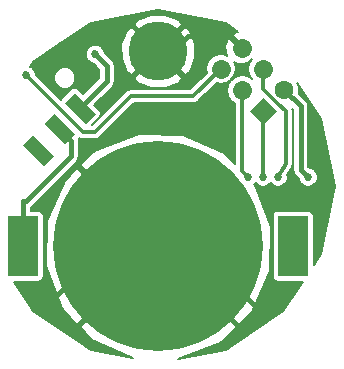
<source format=gbl>
G04 #@! TF.FileFunction,Copper,L2,Bot,Signal*
%FSLAX46Y46*%
G04 Gerber Fmt 4.6, Leading zero omitted, Abs format (unit mm)*
G04 Created by KiCad (PCBNEW 4.0.6) date 10/10/19 11:50:36*
%MOMM*%
%LPD*%
G01*
G04 APERTURE LIST*
%ADD10C,0.100000*%
%ADD11C,5.000000*%
%ADD12C,17.780000*%
%ADD13R,2.540000X5.080000*%
%ADD14C,1.600000*%
%ADD15C,1.600000*%
%ADD16C,0.685800*%
%ADD17C,0.406400*%
%ADD18C,0.304800*%
%ADD19C,0.200000*%
G04 APERTURE END LIST*
D10*
D11*
X208280000Y-80010000D03*
D12*
X208280000Y-96520000D03*
D13*
X219710000Y-96520000D03*
X196850000Y-96520000D03*
D10*
G36*
X217170000Y-86221371D02*
X216038629Y-85090000D01*
X217170000Y-83958629D01*
X218301371Y-85090000D01*
X217170000Y-86221371D01*
X217170000Y-86221371D01*
G37*
D14*
X218966051Y-83293949D03*
D15*
X215373949Y-83293949D02*
X215373949Y-83293949D01*
X217170000Y-81497898D02*
X217170000Y-81497898D01*
X213577898Y-81497898D02*
X213577898Y-81497898D01*
X215373949Y-79701846D02*
X215373949Y-79701846D01*
D10*
G36*
X198589852Y-89689915D02*
X196822085Y-87922148D01*
X197670614Y-87073619D01*
X199438381Y-88841386D01*
X198589852Y-89689915D01*
X198589852Y-89689915D01*
G37*
G36*
X200385903Y-87893864D02*
X198618136Y-86126097D01*
X199466665Y-85277568D01*
X201234432Y-87045335D01*
X200385903Y-87893864D01*
X200385903Y-87893864D01*
G37*
G36*
X202125386Y-86154381D02*
X200357619Y-84386614D01*
X201206148Y-83538085D01*
X202973915Y-85305852D01*
X202125386Y-86154381D01*
X202125386Y-86154381D01*
G37*
D16*
X198755000Y-101600000D03*
X217170000Y-102235000D03*
X202946000Y-80264000D03*
X220980000Y-90678000D03*
X217170000Y-90678000D03*
X215900000Y-90678000D03*
X218440000Y-90678000D03*
X197104000Y-82042000D03*
D17*
X208280000Y-80010000D02*
X209550000Y-80010000D01*
X209550000Y-80010000D02*
X210820000Y-78740000D01*
X214412103Y-78740000D02*
X215373949Y-79701846D01*
X210820000Y-78740000D02*
X214412103Y-78740000D01*
X208280000Y-96520000D02*
X203835000Y-96520000D01*
X203835000Y-96520000D02*
X198755000Y-101600000D01*
X208280000Y-96520000D02*
X211455000Y-96520000D01*
X211455000Y-96520000D02*
X217170000Y-102235000D01*
X203962000Y-82550000D02*
X201665767Y-84846233D01*
X203962000Y-81280000D02*
X203962000Y-82550000D01*
X202946000Y-80264000D02*
X203962000Y-81280000D01*
X201665767Y-84825767D02*
X201665767Y-84846233D01*
X220345000Y-89535000D02*
X220345000Y-90043000D01*
X220345000Y-89535000D02*
X220345000Y-84672898D01*
X218966051Y-83293949D02*
X220345000Y-84672898D01*
X220345000Y-90043000D02*
X220980000Y-90678000D01*
X202184000Y-85287432D02*
X201323284Y-84426716D01*
X201266716Y-84426716D02*
X201323284Y-84426716D01*
D18*
X217170000Y-90678000D02*
X217170000Y-85090000D01*
X215392000Y-89662000D02*
X215373949Y-89643949D01*
X215392000Y-90170000D02*
X215392000Y-89662000D01*
X215900000Y-90678000D02*
X215392000Y-90170000D01*
X215373949Y-89643949D02*
X215373949Y-83293949D01*
X218440000Y-84455000D02*
X219075000Y-85090000D01*
X218440000Y-84455000D02*
X217170000Y-83185000D01*
X217170000Y-81497898D02*
X217170000Y-83185000D01*
X219075000Y-89535000D02*
X218440000Y-90678000D01*
X219075000Y-87630000D02*
X219075000Y-89535000D01*
X219075000Y-85090000D02*
X219075000Y-87630000D01*
X211255796Y-83820000D02*
X213577898Y-81497898D01*
X205994000Y-83820000D02*
X211255796Y-83820000D01*
X202946000Y-86868000D02*
X205994000Y-83820000D01*
X201930000Y-86868000D02*
X202946000Y-86868000D01*
X197104000Y-82042000D02*
X201930000Y-86868000D01*
D17*
X196850000Y-92710000D02*
X197104000Y-92710000D01*
X196850000Y-96520000D02*
X196850000Y-92710000D01*
X200914000Y-87573432D02*
X199926284Y-86585716D01*
X200914000Y-88900000D02*
X200914000Y-87573432D01*
X197104000Y-92710000D02*
X200914000Y-88900000D01*
D19*
G36*
X216195438Y-80741127D02*
X215997835Y-81036860D01*
X215902685Y-81515214D01*
X215997835Y-81993568D01*
X216256020Y-82379969D01*
X215869619Y-82121784D01*
X215391265Y-82026634D01*
X214912911Y-82121784D01*
X214507381Y-82392750D01*
X214472750Y-82427382D01*
X214201784Y-82832911D01*
X214106634Y-83311265D01*
X214201784Y-83789619D01*
X214472750Y-84195148D01*
X214771549Y-84394799D01*
X214771549Y-89531306D01*
X213846849Y-88595889D01*
X210390672Y-87068735D01*
X206613164Y-86980451D01*
X203089417Y-88344476D01*
X202713151Y-88595889D01*
X201649578Y-89671789D01*
X208280000Y-96302211D01*
X208294142Y-96288069D01*
X208511931Y-96505858D01*
X208497789Y-96520000D01*
X215128211Y-103150422D01*
X216204111Y-102086849D01*
X217731265Y-98630672D01*
X217819549Y-94853164D01*
X216455524Y-91329417D01*
X216421206Y-91278056D01*
X216535130Y-91164330D01*
X216720272Y-91349796D01*
X217011590Y-91470762D01*
X217327026Y-91471038D01*
X217618555Y-91350580D01*
X217805130Y-91164330D01*
X217990272Y-91349796D01*
X218281590Y-91470762D01*
X218597026Y-91471038D01*
X218888555Y-91350580D01*
X219111796Y-91127728D01*
X219232762Y-90836410D01*
X219233038Y-90520974D01*
X219225923Y-90503755D01*
X219601592Y-89827551D01*
X219612225Y-89794443D01*
X219631545Y-89765528D01*
X219647873Y-89683443D01*
X219673462Y-89603764D01*
X219670616Y-89569107D01*
X219677400Y-89535000D01*
X219677400Y-85090000D01*
X219637438Y-84889100D01*
X219691800Y-84943462D01*
X219691800Y-90043000D01*
X219741522Y-90292969D01*
X219883118Y-90504882D01*
X220186985Y-90808749D01*
X220186962Y-90835026D01*
X220307420Y-91126555D01*
X220530272Y-91349796D01*
X220821590Y-91470762D01*
X221137026Y-91471038D01*
X221428555Y-91350580D01*
X221651796Y-91127728D01*
X221772762Y-90836410D01*
X221773038Y-90520974D01*
X221652580Y-90229445D01*
X221429728Y-90006204D01*
X221138410Y-89885238D01*
X221110978Y-89885214D01*
X220998200Y-89772436D01*
X220998200Y-84672898D01*
X220948478Y-84422929D01*
X220806882Y-84211016D01*
X220193451Y-83597585D01*
X220215834Y-83543680D01*
X220216268Y-83046399D01*
X220069956Y-82692298D01*
X222092199Y-85718800D01*
X223230217Y-91440000D01*
X222092199Y-97161200D01*
X221438816Y-98139057D01*
X221438816Y-93980000D01*
X221407438Y-93813240D01*
X221308883Y-93660081D01*
X221158505Y-93557332D01*
X220980000Y-93521184D01*
X218440000Y-93521184D01*
X218273240Y-93552562D01*
X218120081Y-93651117D01*
X218017332Y-93801495D01*
X217981184Y-93980000D01*
X217981184Y-99060000D01*
X218012562Y-99226760D01*
X218111117Y-99379919D01*
X218261495Y-99482668D01*
X218440000Y-99518816D01*
X220516891Y-99518816D01*
X218851400Y-102011400D01*
X214001200Y-105252199D01*
X209951547Y-106057726D01*
X213470583Y-104695524D01*
X213846849Y-104444111D01*
X214910422Y-103368211D01*
X208280000Y-96737789D01*
X201649578Y-103368211D01*
X202713151Y-104444111D01*
X206165677Y-105969652D01*
X202558800Y-105252199D01*
X197708600Y-102011400D01*
X196043109Y-99518816D01*
X198120000Y-99518816D01*
X198286760Y-99487438D01*
X198439919Y-99388883D01*
X198542668Y-99238505D01*
X198578816Y-99060000D01*
X198578816Y-98186836D01*
X198740451Y-98186836D01*
X200104476Y-101710583D01*
X200355889Y-102086849D01*
X201431789Y-103150422D01*
X208062211Y-96520000D01*
X201431789Y-89889578D01*
X200355889Y-90953151D01*
X198828735Y-94409328D01*
X198740451Y-98186836D01*
X198578816Y-98186836D01*
X198578816Y-93980000D01*
X198547438Y-93813240D01*
X198448883Y-93660081D01*
X198298505Y-93557332D01*
X198120000Y-93521184D01*
X197503200Y-93521184D01*
X197503200Y-93213765D01*
X197565882Y-93171882D01*
X201375882Y-89361882D01*
X201427232Y-89285031D01*
X201517478Y-89149969D01*
X201567200Y-88900000D01*
X201567200Y-87573432D01*
X201532027Y-87396604D01*
X201558864Y-87369767D01*
X201577240Y-87342873D01*
X201699471Y-87424545D01*
X201930000Y-87470400D01*
X202946000Y-87470400D01*
X203176529Y-87424545D01*
X203371961Y-87293961D01*
X206243522Y-84422400D01*
X211255796Y-84422400D01*
X211486325Y-84376545D01*
X211681757Y-84245961D01*
X213228550Y-82699168D01*
X213560582Y-82765213D01*
X214038936Y-82670063D01*
X214444465Y-82399097D01*
X214479097Y-82364466D01*
X214750063Y-81958936D01*
X214845213Y-81480582D01*
X214750063Y-81002228D01*
X214706751Y-80937407D01*
X215002905Y-81060090D01*
X215550927Y-81098692D01*
X216072004Y-80924637D01*
X216147215Y-80692904D01*
X216195438Y-80741127D01*
X216195438Y-80741127D01*
G37*
X216195438Y-80741127D02*
X215997835Y-81036860D01*
X215902685Y-81515214D01*
X215997835Y-81993568D01*
X216256020Y-82379969D01*
X215869619Y-82121784D01*
X215391265Y-82026634D01*
X214912911Y-82121784D01*
X214507381Y-82392750D01*
X214472750Y-82427382D01*
X214201784Y-82832911D01*
X214106634Y-83311265D01*
X214201784Y-83789619D01*
X214472750Y-84195148D01*
X214771549Y-84394799D01*
X214771549Y-89531306D01*
X213846849Y-88595889D01*
X210390672Y-87068735D01*
X206613164Y-86980451D01*
X203089417Y-88344476D01*
X202713151Y-88595889D01*
X201649578Y-89671789D01*
X208280000Y-96302211D01*
X208294142Y-96288069D01*
X208511931Y-96505858D01*
X208497789Y-96520000D01*
X215128211Y-103150422D01*
X216204111Y-102086849D01*
X217731265Y-98630672D01*
X217819549Y-94853164D01*
X216455524Y-91329417D01*
X216421206Y-91278056D01*
X216535130Y-91164330D01*
X216720272Y-91349796D01*
X217011590Y-91470762D01*
X217327026Y-91471038D01*
X217618555Y-91350580D01*
X217805130Y-91164330D01*
X217990272Y-91349796D01*
X218281590Y-91470762D01*
X218597026Y-91471038D01*
X218888555Y-91350580D01*
X219111796Y-91127728D01*
X219232762Y-90836410D01*
X219233038Y-90520974D01*
X219225923Y-90503755D01*
X219601592Y-89827551D01*
X219612225Y-89794443D01*
X219631545Y-89765528D01*
X219647873Y-89683443D01*
X219673462Y-89603764D01*
X219670616Y-89569107D01*
X219677400Y-89535000D01*
X219677400Y-85090000D01*
X219637438Y-84889100D01*
X219691800Y-84943462D01*
X219691800Y-90043000D01*
X219741522Y-90292969D01*
X219883118Y-90504882D01*
X220186985Y-90808749D01*
X220186962Y-90835026D01*
X220307420Y-91126555D01*
X220530272Y-91349796D01*
X220821590Y-91470762D01*
X221137026Y-91471038D01*
X221428555Y-91350580D01*
X221651796Y-91127728D01*
X221772762Y-90836410D01*
X221773038Y-90520974D01*
X221652580Y-90229445D01*
X221429728Y-90006204D01*
X221138410Y-89885238D01*
X221110978Y-89885214D01*
X220998200Y-89772436D01*
X220998200Y-84672898D01*
X220948478Y-84422929D01*
X220806882Y-84211016D01*
X220193451Y-83597585D01*
X220215834Y-83543680D01*
X220216268Y-83046399D01*
X220069956Y-82692298D01*
X222092199Y-85718800D01*
X223230217Y-91440000D01*
X222092199Y-97161200D01*
X221438816Y-98139057D01*
X221438816Y-93980000D01*
X221407438Y-93813240D01*
X221308883Y-93660081D01*
X221158505Y-93557332D01*
X220980000Y-93521184D01*
X218440000Y-93521184D01*
X218273240Y-93552562D01*
X218120081Y-93651117D01*
X218017332Y-93801495D01*
X217981184Y-93980000D01*
X217981184Y-99060000D01*
X218012562Y-99226760D01*
X218111117Y-99379919D01*
X218261495Y-99482668D01*
X218440000Y-99518816D01*
X220516891Y-99518816D01*
X218851400Y-102011400D01*
X214001200Y-105252199D01*
X209951547Y-106057726D01*
X213470583Y-104695524D01*
X213846849Y-104444111D01*
X214910422Y-103368211D01*
X208280000Y-96737789D01*
X201649578Y-103368211D01*
X202713151Y-104444111D01*
X206165677Y-105969652D01*
X202558800Y-105252199D01*
X197708600Y-102011400D01*
X196043109Y-99518816D01*
X198120000Y-99518816D01*
X198286760Y-99487438D01*
X198439919Y-99388883D01*
X198542668Y-99238505D01*
X198578816Y-99060000D01*
X198578816Y-98186836D01*
X198740451Y-98186836D01*
X200104476Y-101710583D01*
X200355889Y-102086849D01*
X201431789Y-103150422D01*
X208062211Y-96520000D01*
X201431789Y-89889578D01*
X200355889Y-90953151D01*
X198828735Y-94409328D01*
X198740451Y-98186836D01*
X198578816Y-98186836D01*
X198578816Y-93980000D01*
X198547438Y-93813240D01*
X198448883Y-93660081D01*
X198298505Y-93557332D01*
X198120000Y-93521184D01*
X197503200Y-93521184D01*
X197503200Y-93213765D01*
X197565882Y-93171882D01*
X201375882Y-89361882D01*
X201427232Y-89285031D01*
X201517478Y-89149969D01*
X201567200Y-88900000D01*
X201567200Y-87573432D01*
X201532027Y-87396604D01*
X201558864Y-87369767D01*
X201577240Y-87342873D01*
X201699471Y-87424545D01*
X201930000Y-87470400D01*
X202946000Y-87470400D01*
X203176529Y-87424545D01*
X203371961Y-87293961D01*
X206243522Y-84422400D01*
X211255796Y-84422400D01*
X211486325Y-84376545D01*
X211681757Y-84245961D01*
X213228550Y-82699168D01*
X213560582Y-82765213D01*
X214038936Y-82670063D01*
X214444465Y-82399097D01*
X214479097Y-82364466D01*
X214750063Y-81958936D01*
X214845213Y-81480582D01*
X214750063Y-81002228D01*
X214706751Y-80937407D01*
X215002905Y-81060090D01*
X215550927Y-81098692D01*
X216072004Y-80924637D01*
X216147215Y-80692904D01*
X216195438Y-80741127D01*
G36*
X214001200Y-77627801D02*
X215075450Y-78345592D01*
X214675894Y-78479055D01*
X214600682Y-78710790D01*
X215373949Y-79484057D01*
X215388091Y-79469915D01*
X215605880Y-79687704D01*
X215591738Y-79701846D01*
X215605880Y-79715988D01*
X215388091Y-79933777D01*
X215373949Y-79919635D01*
X215359807Y-79933777D01*
X215142018Y-79715988D01*
X215156160Y-79701846D01*
X214382893Y-78928579D01*
X214151158Y-79003791D01*
X213977103Y-79524868D01*
X214015705Y-80072890D01*
X214138389Y-80369045D01*
X214073568Y-80325733D01*
X213595214Y-80230583D01*
X213116860Y-80325733D01*
X212711330Y-80596699D01*
X212676699Y-80631331D01*
X212405733Y-81036860D01*
X212310583Y-81515214D01*
X212376628Y-81847246D01*
X211006274Y-83217600D01*
X205994000Y-83217600D01*
X205763471Y-83263455D01*
X205568039Y-83394039D01*
X202696478Y-86265600D01*
X202663031Y-86265600D01*
X203298347Y-85630284D01*
X203394076Y-85490179D01*
X203432687Y-85312190D01*
X203399008Y-85133203D01*
X203298347Y-84981420D01*
X202876346Y-84559419D01*
X204423882Y-83011882D01*
X204565478Y-82799969D01*
X204615200Y-82550000D01*
X204615200Y-82249376D01*
X206258413Y-82249376D01*
X206544163Y-82661175D01*
X207690857Y-83123643D01*
X208927242Y-83112087D01*
X210015837Y-82661175D01*
X210301587Y-82249376D01*
X208280000Y-80227789D01*
X206258413Y-82249376D01*
X204615200Y-82249376D01*
X204615200Y-81280000D01*
X204565478Y-81030031D01*
X204423882Y-80818118D01*
X203739015Y-80133251D01*
X203739038Y-80106974D01*
X203618580Y-79815445D01*
X203395728Y-79592204D01*
X203104410Y-79471238D01*
X202788974Y-79470962D01*
X202497445Y-79591420D01*
X202274204Y-79814272D01*
X202153238Y-80105590D01*
X202152962Y-80421026D01*
X202273420Y-80712555D01*
X202496272Y-80935796D01*
X202787590Y-81056762D01*
X202815022Y-81056786D01*
X203308800Y-81550564D01*
X203308800Y-82279436D01*
X201952582Y-83635655D01*
X201530580Y-83213653D01*
X201390475Y-83117924D01*
X201212486Y-83079313D01*
X201033499Y-83112992D01*
X200881716Y-83213653D01*
X200033187Y-84062182D01*
X200010016Y-84096094D01*
X198357451Y-82443529D01*
X199457463Y-82443529D01*
X199594191Y-82774436D01*
X199847144Y-83027831D01*
X200177813Y-83165136D01*
X200535855Y-83165449D01*
X200866762Y-83028721D01*
X201120157Y-82775768D01*
X201257462Y-82445099D01*
X201257775Y-82087057D01*
X201121047Y-81756150D01*
X200868094Y-81502755D01*
X200537425Y-81365450D01*
X200179383Y-81365137D01*
X199848476Y-81501865D01*
X199595081Y-81754818D01*
X199457776Y-82085487D01*
X199457463Y-82443529D01*
X198357451Y-82443529D01*
X197896952Y-81983030D01*
X197897038Y-81884974D01*
X197776580Y-81593445D01*
X197553728Y-81370204D01*
X197412596Y-81311601D01*
X197708600Y-80868600D01*
X199875301Y-79420857D01*
X205166357Y-79420857D01*
X205177913Y-80657242D01*
X205628825Y-81745837D01*
X206040624Y-82031587D01*
X208062211Y-80010000D01*
X208497789Y-80010000D01*
X210519376Y-82031587D01*
X210931175Y-81745837D01*
X211393643Y-80599143D01*
X211382087Y-79362758D01*
X210931175Y-78274163D01*
X210519376Y-77988413D01*
X208497789Y-80010000D01*
X208062211Y-80010000D01*
X206040624Y-77988413D01*
X205628825Y-78274163D01*
X205166357Y-79420857D01*
X199875301Y-79420857D01*
X202345050Y-77770624D01*
X206258413Y-77770624D01*
X208280000Y-79792211D01*
X210301587Y-77770624D01*
X210015837Y-77358825D01*
X208869143Y-76896357D01*
X207632758Y-76907913D01*
X206544163Y-77358825D01*
X206258413Y-77770624D01*
X202345050Y-77770624D01*
X202558800Y-77627801D01*
X208280000Y-76489783D01*
X214001200Y-77627801D01*
X214001200Y-77627801D01*
G37*
X214001200Y-77627801D02*
X215075450Y-78345592D01*
X214675894Y-78479055D01*
X214600682Y-78710790D01*
X215373949Y-79484057D01*
X215388091Y-79469915D01*
X215605880Y-79687704D01*
X215591738Y-79701846D01*
X215605880Y-79715988D01*
X215388091Y-79933777D01*
X215373949Y-79919635D01*
X215359807Y-79933777D01*
X215142018Y-79715988D01*
X215156160Y-79701846D01*
X214382893Y-78928579D01*
X214151158Y-79003791D01*
X213977103Y-79524868D01*
X214015705Y-80072890D01*
X214138389Y-80369045D01*
X214073568Y-80325733D01*
X213595214Y-80230583D01*
X213116860Y-80325733D01*
X212711330Y-80596699D01*
X212676699Y-80631331D01*
X212405733Y-81036860D01*
X212310583Y-81515214D01*
X212376628Y-81847246D01*
X211006274Y-83217600D01*
X205994000Y-83217600D01*
X205763471Y-83263455D01*
X205568039Y-83394039D01*
X202696478Y-86265600D01*
X202663031Y-86265600D01*
X203298347Y-85630284D01*
X203394076Y-85490179D01*
X203432687Y-85312190D01*
X203399008Y-85133203D01*
X203298347Y-84981420D01*
X202876346Y-84559419D01*
X204423882Y-83011882D01*
X204565478Y-82799969D01*
X204615200Y-82550000D01*
X204615200Y-82249376D01*
X206258413Y-82249376D01*
X206544163Y-82661175D01*
X207690857Y-83123643D01*
X208927242Y-83112087D01*
X210015837Y-82661175D01*
X210301587Y-82249376D01*
X208280000Y-80227789D01*
X206258413Y-82249376D01*
X204615200Y-82249376D01*
X204615200Y-81280000D01*
X204565478Y-81030031D01*
X204423882Y-80818118D01*
X203739015Y-80133251D01*
X203739038Y-80106974D01*
X203618580Y-79815445D01*
X203395728Y-79592204D01*
X203104410Y-79471238D01*
X202788974Y-79470962D01*
X202497445Y-79591420D01*
X202274204Y-79814272D01*
X202153238Y-80105590D01*
X202152962Y-80421026D01*
X202273420Y-80712555D01*
X202496272Y-80935796D01*
X202787590Y-81056762D01*
X202815022Y-81056786D01*
X203308800Y-81550564D01*
X203308800Y-82279436D01*
X201952582Y-83635655D01*
X201530580Y-83213653D01*
X201390475Y-83117924D01*
X201212486Y-83079313D01*
X201033499Y-83112992D01*
X200881716Y-83213653D01*
X200033187Y-84062182D01*
X200010016Y-84096094D01*
X198357451Y-82443529D01*
X199457463Y-82443529D01*
X199594191Y-82774436D01*
X199847144Y-83027831D01*
X200177813Y-83165136D01*
X200535855Y-83165449D01*
X200866762Y-83028721D01*
X201120157Y-82775768D01*
X201257462Y-82445099D01*
X201257775Y-82087057D01*
X201121047Y-81756150D01*
X200868094Y-81502755D01*
X200537425Y-81365450D01*
X200179383Y-81365137D01*
X199848476Y-81501865D01*
X199595081Y-81754818D01*
X199457776Y-82085487D01*
X199457463Y-82443529D01*
X198357451Y-82443529D01*
X197896952Y-81983030D01*
X197897038Y-81884974D01*
X197776580Y-81593445D01*
X197553728Y-81370204D01*
X197412596Y-81311601D01*
X197708600Y-80868600D01*
X199875301Y-79420857D01*
X205166357Y-79420857D01*
X205177913Y-80657242D01*
X205628825Y-81745837D01*
X206040624Y-82031587D01*
X208062211Y-80010000D01*
X208497789Y-80010000D01*
X210519376Y-82031587D01*
X210931175Y-81745837D01*
X211393643Y-80599143D01*
X211382087Y-79362758D01*
X210931175Y-78274163D01*
X210519376Y-77988413D01*
X208497789Y-80010000D01*
X208062211Y-80010000D01*
X206040624Y-77988413D01*
X205628825Y-78274163D01*
X205166357Y-79420857D01*
X199875301Y-79420857D01*
X202345050Y-77770624D01*
X206258413Y-77770624D01*
X208280000Y-79792211D01*
X210301587Y-77770624D01*
X210015837Y-77358825D01*
X208869143Y-76896357D01*
X207632758Y-76907913D01*
X206544163Y-77358825D01*
X206258413Y-77770624D01*
X202345050Y-77770624D01*
X202558800Y-77627801D01*
X208280000Y-76489783D01*
X214001200Y-77627801D01*
M02*

</source>
